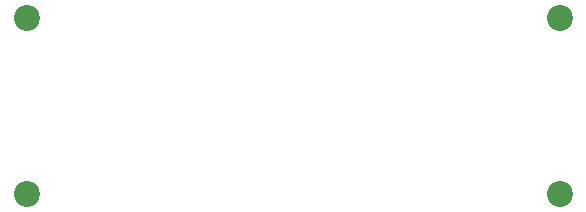
<source format=gts>
G04 #@! TF.GenerationSoftware,KiCad,Pcbnew,(5.1.10)-1*
G04 #@! TF.CreationDate,2022-01-19T22:44:00+01:00*
G04 #@! TF.ProjectId,ELPanelBack,454c5061-6e65-46c4-9261-636b2e6b6963,3.0*
G04 #@! TF.SameCoordinates,Original*
G04 #@! TF.FileFunction,Soldermask,Top*
G04 #@! TF.FilePolarity,Negative*
%FSLAX46Y46*%
G04 Gerber Fmt 4.6, Leading zero omitted, Abs format (unit mm)*
G04 Created by KiCad (PCBNEW (5.1.10)-1) date 2022-01-19 22:44:00*
%MOMM*%
%LPD*%
G01*
G04 APERTURE LIST*
%ADD10C,2.200000*%
G04 APERTURE END LIST*
D10*
X133750000Y-105250000D03*
X178850000Y-105250000D03*
X178850000Y-90350000D03*
X133750000Y-90350000D03*
M02*

</source>
